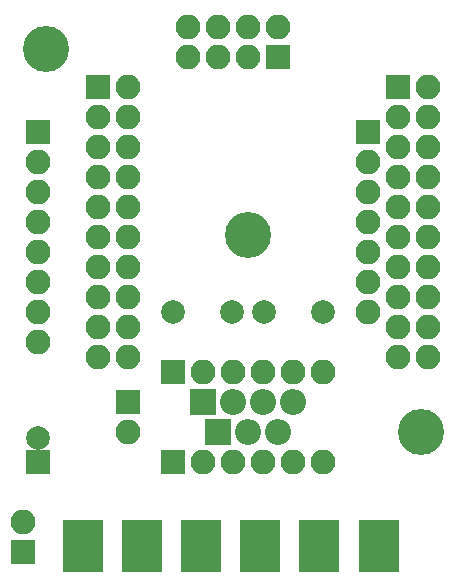
<source format=gbs>
G04 #@! TF.FileFunction,Soldermask,Bot*
%FSLAX46Y46*%
G04 Gerber Fmt 4.6, Leading zero omitted, Abs format (unit mm)*
G04 Created by KiCad (PCBNEW 4.0.7) date 06/11/20 10:54:36*
%MOMM*%
%LPD*%
G01*
G04 APERTURE LIST*
%ADD10C,0.100000*%
%ADD11C,2.000000*%
%ADD12R,2.100000X2.100000*%
%ADD13O,2.100000X2.100000*%
%ADD14R,3.400000X4.400000*%
%ADD15R,2.200000X2.200000*%
%ADD16O,2.200000X2.200000*%
%ADD17O,3.900000X3.900000*%
%ADD18R,2.000000X2.000000*%
%ADD19C,3.900000*%
G04 APERTURE END LIST*
D10*
D11*
X90170000Y-68580000D03*
X95170000Y-68580000D03*
X102870000Y-68580000D03*
X97870000Y-68580000D03*
D12*
X99060000Y-46990000D03*
D13*
X99060000Y-44450000D03*
X96520000Y-46990000D03*
X96520000Y-44450000D03*
X93980000Y-46990000D03*
X93980000Y-44450000D03*
X91440000Y-46990000D03*
X91440000Y-44450000D03*
D12*
X78740000Y-53340000D03*
D13*
X78740000Y-55880000D03*
X78740000Y-58420000D03*
X78740000Y-60960000D03*
X78740000Y-63500000D03*
X78740000Y-66040000D03*
X78740000Y-68580000D03*
X78740000Y-71120000D03*
D12*
X106680000Y-53340000D03*
D13*
X106680000Y-55880000D03*
X106680000Y-58420000D03*
X106680000Y-60960000D03*
X106680000Y-63500000D03*
X106680000Y-66040000D03*
X106680000Y-68580000D03*
D12*
X90170000Y-81280000D03*
D13*
X92710000Y-81280000D03*
X95250000Y-81280000D03*
X97790000Y-81280000D03*
X100330000Y-81280000D03*
X102870000Y-81280000D03*
D12*
X90170000Y-73660000D03*
D13*
X92710000Y-73660000D03*
X95250000Y-73660000D03*
X97790000Y-73660000D03*
X100330000Y-73660000D03*
X102870000Y-73660000D03*
D12*
X83820000Y-49530000D03*
D13*
X86360000Y-49530000D03*
X83820000Y-52070000D03*
X86360000Y-52070000D03*
X83820000Y-54610000D03*
X86360000Y-54610000D03*
X83820000Y-57150000D03*
X86360000Y-57150000D03*
X83820000Y-59690000D03*
X86360000Y-59690000D03*
X83820000Y-62230000D03*
X86360000Y-62230000D03*
X83820000Y-64770000D03*
X86360000Y-64770000D03*
X83820000Y-67310000D03*
X86360000Y-67310000D03*
X83820000Y-69850000D03*
X86360000Y-69850000D03*
X83820000Y-72390000D03*
X86360000Y-72390000D03*
D12*
X109220000Y-49530000D03*
D13*
X111760000Y-49530000D03*
X109220000Y-52070000D03*
X111760000Y-52070000D03*
X109220000Y-54610000D03*
X111760000Y-54610000D03*
X109220000Y-57150000D03*
X111760000Y-57150000D03*
X109220000Y-59690000D03*
X111760000Y-59690000D03*
X109220000Y-62230000D03*
X111760000Y-62230000D03*
X109220000Y-64770000D03*
X111760000Y-64770000D03*
X109220000Y-67310000D03*
X111760000Y-67310000D03*
X109220000Y-69850000D03*
X111760000Y-69850000D03*
X109220000Y-72390000D03*
X111760000Y-72390000D03*
D14*
X82550000Y-88430000D03*
X87550000Y-88430000D03*
X92550000Y-88430000D03*
X97550000Y-88430000D03*
X102550000Y-88430000D03*
X107550000Y-88430000D03*
D12*
X77470000Y-88900000D03*
D13*
X77470000Y-86360000D03*
D15*
X92710000Y-76200000D03*
D16*
X95250000Y-76200000D03*
X97790000Y-76200000D03*
X100330000Y-76200000D03*
D17*
X96520000Y-62080000D03*
D15*
X93980000Y-78740000D03*
D16*
X96520000Y-78740000D03*
X99060000Y-78740000D03*
D18*
X78740000Y-81280000D03*
D11*
X78740000Y-79280000D03*
D19*
X79375000Y-46355000D03*
X111125000Y-78740000D03*
D12*
X86360000Y-76200000D03*
D13*
X86360000Y-78740000D03*
M02*

</source>
